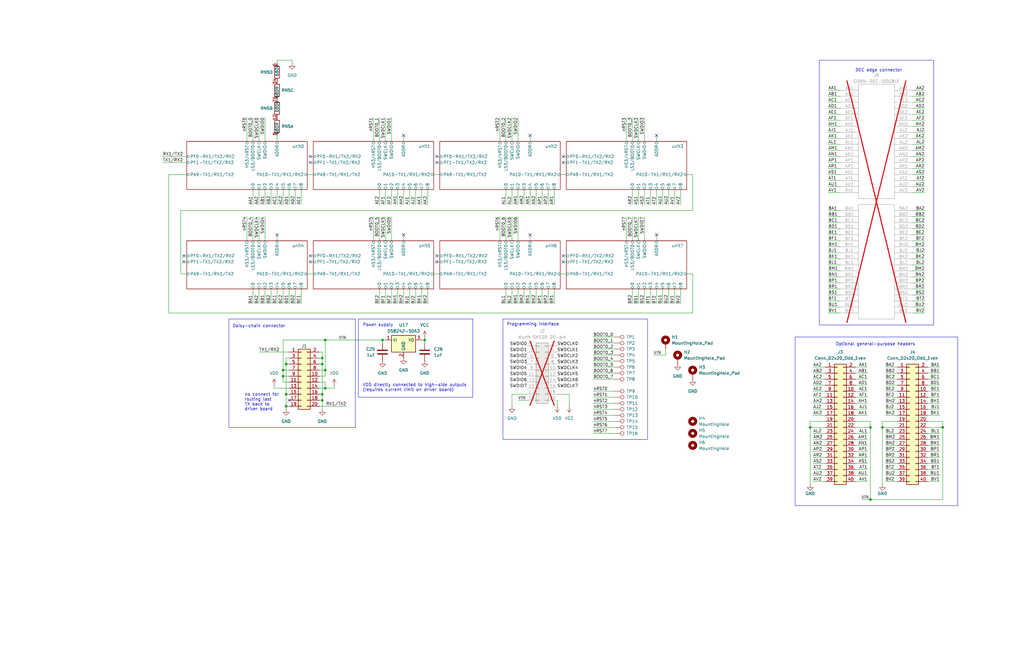
<source format=kicad_sch>
(kicad_sch (version 20231120) (generator "eeschema") (generator_version "8.0")
  (paper "USLedger")
  (junction (at 179.07 143.51))
  (junction (at 367.03 210.82))
  (junction (at 137.16 143.51))
  (junction (at 367.03 180.34))
  (junction (at 135.89 168.91))
  (junction (at 135.89 166.37))
  (junction (at 372.11 180.34))
  (junction (at 137.16 163.83))
  (junction (at 120.65 166.37))
  (junction (at 135.89 153.67))
  (junction (at 135.89 151.13))
  (junction (at 397.51 180.34))
  (junction (at 119.38 158.75))
  (junction (at 120.65 171.45))
  (junction (at 119.38 156.21))
  (junction (at 341.63 180.34))
  (junction (at 120.65 153.67))
  (junction (at 137.16 156.21))
  (junction (at 161.29 143.51))
  (no_connect (at 276.86 99.06))
  (no_connect (at 130.81 110.49))
  (no_connect (at 223.52 99.06))
  (no_connect (at 130.81 107.95))
  (no_connect (at 237.49 68.58))
  (no_connect (at 116.84 99.06))
  (no_connect (at 170.18 99.06))
  (no_connect (at 184.15 110.49))
  (no_connect (at 130.81 66.04))
  (no_connect (at 184.15 107.95))
  (no_connect (at 237.49 110.49))
  (no_connect (at 77.47 110.49))
  (no_connect (at 130.81 68.58))
  (no_connect (at 223.52 57.15))
  (no_connect (at 184.15 66.04))
  (no_connect (at 237.49 66.04))
  (no_connect (at 276.86 57.15))
  (no_connect (at 184.15 68.58))
  (no_connect (at 237.49 107.95))
  (no_connect (at 121.92 168.91))
  (no_connect (at 77.47 107.95))
  (no_connect (at 170.18 57.15))
  (wire (pts (xy 134.62 148.59) (xy 135.89 148.59)))
  (wire (pts (xy 137.16 158.75) (xy 137.16 156.21)))
  (wire (pts (xy 373.38 198.12) (xy 378.46 198.12)))
  (wire (pts (xy 391.16 180.34) (xy 397.51 180.34)))
  (wire (pts (xy 389.89 38.1) (xy 384.81 38.1)))
  (wire (pts (xy 106.68 49.53) (xy 106.68 59.69)))
  (wire (pts (xy 396.24 175.26) (xy 391.16 175.26)))
  (wire (pts (xy 372.11 180.34) (xy 378.46 180.34)))
  (wire (pts (xy 396.24 157.48) (xy 391.16 157.48)))
  (wire (pts (xy 341.63 180.34) (xy 341.63 204.47)))
  (wire (pts (xy 389.89 63.5) (xy 384.81 63.5)))
  (wire (pts (xy 170.18 57.15) (xy 170.18 59.69)))
  (wire (pts (xy 373.38 200.66) (xy 378.46 200.66)))
  (wire (pts (xy 341.63 180.34) (xy 347.98 180.34)))
  (wire (pts (xy 120.65 171.45) (xy 121.92 171.45)))
  (wire (pts (xy 134.62 168.91) (xy 135.89 168.91)))
  (wire (pts (xy 124.46 128.27) (xy 124.46 121.92)))
  (wire (pts (xy 160.02 91.44) (xy 160.02 101.6)))
  (wire (pts (xy 274.32 86.36) (xy 274.32 80.01)))
  (wire (pts (xy 165.1 128.27) (xy 165.1 121.92)))
  (wire (pts (xy 389.89 78.74) (xy 384.81 78.74)))
  (wire (pts (xy 389.89 58.42) (xy 384.81 58.42)))
  (wire (pts (xy 342.9 195.58) (xy 347.98 195.58)))
  (wire (pts (xy 349.25 96.52) (xy 354.33 96.52)))
  (wire (pts (xy 284.48 86.36) (xy 284.48 80.01)))
  (wire (pts (xy 109.22 148.59) (xy 121.92 148.59)))
  (wire (pts (xy 389.89 109.22) (xy 384.81 109.22)))
  (wire (pts (xy 391.16 177.8) (xy 397.51 177.8)))
  (wire (pts (xy 389.89 127) (xy 384.81 127)))
  (wire (pts (xy 269.24 49.53) (xy 269.24 59.69)))
  (wire (pts (xy 389.89 55.88) (xy 384.81 55.88)))
  (wire (pts (xy 104.14 49.53) (xy 104.14 59.69)))
  (wire (pts (xy 389.89 43.18) (xy 384.81 43.18)))
  (wire (pts (xy 160.02 86.36) (xy 160.02 80.01)))
  (wire (pts (xy 120.65 151.13) (xy 121.92 151.13)))
  (wire (pts (xy 367.03 180.34) (xy 367.03 210.82)))
  (wire (pts (xy 106.68 86.36) (xy 106.68 80.01)))
  (wire (pts (xy 218.44 128.27) (xy 218.44 121.92)))
  (wire (pts (xy 179.07 142.24) (xy 179.07 143.51)))
  (wire (pts (xy 365.76 160.02) (xy 360.68 160.02)))
  (wire (pts (xy 373.38 193.04) (xy 378.46 193.04)))
  (wire (pts (xy 396.24 170.18) (xy 391.16 170.18)))
  (wire (pts (xy 127 86.36) (xy 127 80.01)))
  (wire (pts (xy 134.62 151.13) (xy 135.89 151.13)))
  (wire (pts (xy 218.44 49.53) (xy 218.44 59.69)))
  (wire (pts (xy 121.92 128.27) (xy 121.92 121.92)))
  (wire (pts (xy 365.76 185.42) (xy 360.68 185.42)))
  (wire (pts (xy 389.89 96.52) (xy 384.81 96.52)))
  (wire (pts (xy 250.19 142.24) (xy 259.08 142.24)))
  (wire (pts (xy 342.9 170.18) (xy 347.98 170.18)))
  (wire (pts (xy 250.19 154.94) (xy 259.08 154.94)))
  (wire (pts (xy 157.48 91.44) (xy 157.48 101.6)))
  (wire (pts (xy 396.24 185.42) (xy 391.16 185.42)))
  (wire (pts (xy 119.38 143.51) (xy 137.16 143.51)))
  (wire (pts (xy 284.48 128.27) (xy 284.48 121.92)))
  (wire (pts (xy 389.89 104.14) (xy 384.81 104.14)))
  (wire (pts (xy 396.24 193.04) (xy 391.16 193.04)))
  (wire (pts (xy 389.89 106.68) (xy 384.81 106.68)))
  (wire (pts (xy 389.89 132.08) (xy 384.81 132.08)))
  (wire (pts (xy 349.25 99.06) (xy 354.33 99.06)))
  (wire (pts (xy 397.51 177.8) (xy 397.51 180.34)))
  (wire (pts (xy 389.89 60.96) (xy 384.81 60.96)))
  (wire (pts (xy 116.84 57.15) (xy 116.84 59.69)))
  (wire (pts (xy 365.76 187.96) (xy 360.68 187.96)))
  (wire (pts (xy 77.47 110.49) (xy 78.74 110.49)))
  (wire (pts (xy 349.25 71.12) (xy 354.33 71.12)))
  (wire (pts (xy 162.56 128.27) (xy 162.56 121.92)))
  (wire (pts (xy 275.59 149.86) (xy 280.67 149.86)))
  (wire (pts (xy 276.86 128.27) (xy 276.86 121.92)))
  (wire (pts (xy 349.25 50.8) (xy 354.33 50.8)))
  (wire (pts (xy 342.9 154.94) (xy 347.98 154.94)))
  (wire (pts (xy 266.7 86.36) (xy 266.7 80.01)))
  (wire (pts (xy 389.89 71.12) (xy 384.81 71.12)))
  (wire (pts (xy 218.44 168.91) (xy 222.25 168.91)))
  (wire (pts (xy 365.76 172.72) (xy 360.68 172.72)))
  (wire (pts (xy 389.89 119.38) (xy 384.81 119.38)))
  (wire (pts (xy 120.65 171.45) (xy 120.65 172.72)))
  (wire (pts (xy 266.7 91.44) (xy 266.7 101.6)))
  (wire (pts (xy 215.9 86.36) (xy 215.9 80.01)))
  (wire (pts (xy 372.11 180.34) (xy 372.11 204.47)))
  (wire (pts (xy 259.08 172.72) (xy 250.19 172.72)))
  (wire (pts (xy 237.49 110.49) (xy 238.76 110.49)))
  (wire (pts (xy 127 128.27) (xy 127 121.92)))
  (wire (pts (xy 349.25 76.2) (xy 354.33 76.2)))
  (wire (pts (xy 162.56 86.36) (xy 162.56 80.01)))
  (wire (pts (xy 177.8 86.36) (xy 177.8 80.01)))
  (wire (pts (xy 342.9 187.96) (xy 347.98 187.96)))
  (wire (pts (xy 342.9 162.56) (xy 347.98 162.56)))
  (wire (pts (xy 389.89 99.06) (xy 384.81 99.06)))
  (wire (pts (xy 389.89 73.66) (xy 384.81 73.66)))
  (wire (pts (xy 367.03 177.8) (xy 367.03 180.34)))
  (wire (pts (xy 349.25 111.76) (xy 354.33 111.76)))
  (wire (pts (xy 373.38 154.94) (xy 378.46 154.94)))
  (wire (pts (xy 250.19 147.32) (xy 259.08 147.32)))
  (wire (pts (xy 259.08 170.18) (xy 250.19 170.18)))
  (wire (pts (xy 269.24 86.36) (xy 269.24 80.01)))
  (wire (pts (xy 373.38 185.42) (xy 378.46 185.42)))
  (wire (pts (xy 250.19 149.86) (xy 259.08 149.86)))
  (wire (pts (xy 373.38 165.1) (xy 378.46 165.1)))
  (wire (pts (xy 170.18 99.06) (xy 170.18 101.6)))
  (wire (pts (xy 119.38 158.75) (xy 119.38 156.21)))
  (wire (pts (xy 165.1 86.36) (xy 165.1 80.01)))
  (wire (pts (xy 396.24 182.88) (xy 391.16 182.88)))
  (wire (pts (xy 223.52 99.06) (xy 223.52 101.6)))
  (wire (pts (xy 342.9 190.5) (xy 347.98 190.5)))
  (wire (pts (xy 389.89 88.9) (xy 384.81 88.9)))
  (wire (pts (xy 389.89 66.04) (xy 384.81 66.04)))
  (wire (pts (xy 341.63 177.8) (xy 341.63 180.34)))
  (wire (pts (xy 396.24 154.94) (xy 391.16 154.94)))
  (wire (pts (xy 365.76 175.26) (xy 360.68 175.26)))
  (wire (pts (xy 365.76 198.12) (xy 360.68 198.12)))
  (wire (pts (xy 396.24 200.66) (xy 391.16 200.66)))
  (wire (pts (xy 349.25 129.54) (xy 354.33 129.54)))
  (wire (pts (xy 210.82 49.53) (xy 210.82 59.69)))
  (wire (pts (xy 280.67 147.32) (xy 280.67 149.86)))
  (wire (pts (xy 271.78 128.27) (xy 271.78 121.92)))
  (wire (pts (xy 226.06 86.36) (xy 226.06 80.01)))
  (wire (pts (xy 365.76 154.94) (xy 360.68 154.94)))
  (wire (pts (xy 233.68 86.36) (xy 233.68 80.01)))
  (wire (pts (xy 109.22 86.36) (xy 109.22 80.01)))
  (wire (pts (xy 76.2 115.57) (xy 78.74 115.57)))
  (wire (pts (xy 373.38 170.18) (xy 378.46 170.18)))
  (wire (pts (xy 115.57 162.56) (xy 115.57 163.83)))
  (wire (pts (xy 228.6 128.27) (xy 228.6 121.92)))
  (wire (pts (xy 250.19 152.4) (xy 259.08 152.4)))
  (wire (pts (xy 266.7 128.27) (xy 266.7 121.92)))
  (wire (pts (xy 116.84 99.06) (xy 116.84 101.6)))
  (wire (pts (xy 157.48 49.53) (xy 157.48 59.69)))
  (wire (pts (xy 349.25 58.42) (xy 354.33 58.42)))
  (wire (pts (xy 373.38 190.5) (xy 378.46 190.5)))
  (wire (pts (xy 373.38 187.96) (xy 378.46 187.96)))
  (wire (pts (xy 250.19 157.48) (xy 259.08 157.48)))
  (wire (pts (xy 342.9 182.88) (xy 347.98 182.88)))
  (wire (pts (xy 349.25 116.84) (xy 354.33 116.84)))
  (wire (pts (xy 213.36 49.53) (xy 213.36 59.69)))
  (wire (pts (xy 177.8 143.51) (xy 179.07 143.51)))
  (wire (pts (xy 349.25 104.14) (xy 354.33 104.14)))
  (wire (pts (xy 389.89 93.98) (xy 384.81 93.98)))
  (wire (pts (xy 175.26 86.36) (xy 175.26 80.01)))
  (wire (pts (xy 389.89 91.44) (xy 384.81 91.44)))
  (wire (pts (xy 269.24 91.44) (xy 269.24 101.6)))
  (wire (pts (xy 78.74 68.58) (xy 68.58 68.58)))
  (wire (pts (xy 218.44 91.44) (xy 218.44 101.6)))
  (wire (pts (xy 396.24 190.5) (xy 391.16 190.5)))
  (wire (pts (xy 349.25 38.1) (xy 354.33 38.1)))
  (wire (pts (xy 389.89 68.58) (xy 384.81 68.58)))
  (wire (pts (xy 389.89 76.2) (xy 384.81 76.2)))
  (wire (pts (xy 349.25 127) (xy 354.33 127)))
  (wire (pts (xy 250.19 144.78) (xy 259.08 144.78)))
  (wire (pts (xy 218.44 86.36) (xy 218.44 80.01)))
  (wire (pts (xy 373.38 195.58) (xy 378.46 195.58)))
  (wire (pts (xy 276.86 57.15) (xy 276.86 59.69)))
  (wire (pts (xy 104.14 91.44) (xy 104.14 101.6)))
  (wire (pts (xy 349.25 132.08) (xy 354.33 132.08)))
  (wire (pts (xy 373.38 162.56) (xy 378.46 162.56)))
  (wire (pts (xy 287.02 128.27) (xy 287.02 121.92)))
  (wire (pts (xy 137.16 161.29) (xy 137.16 163.83)))
  (wire (pts (xy 365.76 182.88) (xy 360.68 182.88)))
  (wire (pts (xy 134.62 156.21) (xy 137.16 156.21)))
  (wire (pts (xy 213.36 91.44) (xy 213.36 101.6)))
  (wire (pts (xy 279.4 86.36) (xy 279.4 80.01)))
  (wire (pts (xy 389.89 81.28) (xy 384.81 81.28)))
  (wire (pts (xy 77.47 107.95) (xy 78.74 107.95)))
  (wire (pts (xy 140.97 162.56) (xy 140.97 163.83)))
  (wire (pts (xy 292.1 132.08) (xy 71.12 132.08)))
  (wire (pts (xy 259.08 182.88) (xy 250.19 182.88)))
  (wire (pts (xy 287.02 86.36) (xy 287.02 80.01)))
  (wire (pts (xy 292.1 73.66) (xy 292.1 88.9)))
  (wire (pts (xy 349.25 93.98) (xy 354.33 93.98)))
  (wire (pts (xy 177.8 128.27) (xy 177.8 121.92)))
  (wire (pts (xy 134.62 166.37) (xy 135.89 166.37)))
  (wire (pts (xy 271.78 49.53) (xy 271.78 59.69)))
  (wire (pts (xy 237.49 107.95) (xy 238.76 107.95)))
  (wire (pts (xy 372.11 177.8) (xy 372.11 180.34)))
  (wire (pts (xy 223.52 86.36) (xy 223.52 80.01)))
  (wire (pts (xy 160.02 49.53) (xy 160.02 59.69)))
  (wire (pts (xy 363.22 210.82) (xy 367.03 210.82)))
  (wire (pts (xy 137.16 143.51) (xy 137.16 156.21)))
  (wire (pts (xy 389.89 116.84) (xy 384.81 116.84)))
  (wire (pts (xy 259.08 165.1) (xy 250.19 165.1)))
  (wire (pts (xy 106.68 91.44) (xy 106.68 101.6)))
  (wire (pts (xy 114.3 86.36) (xy 114.3 80.01)))
  (wire (pts (xy 342.9 172.72) (xy 347.98 172.72)))
  (wire (pts (xy 349.25 124.46) (xy 354.33 124.46)))
  (wire (pts (xy 106.68 128.27) (xy 106.68 121.92)))
  (wire (pts (xy 215.9 49.53) (xy 215.9 59.69)))
  (wire (pts (xy 124.46 86.36) (xy 124.46 80.01)))
  (wire (pts (xy 165.1 91.44) (xy 165.1 101.6)))
  (wire (pts (xy 109.22 91.44) (xy 109.22 101.6)))
  (wire (pts (xy 365.76 193.04) (xy 360.68 193.04)))
  (wire (pts (xy 123.19 25.4) (xy 123.19 26.67)))
  (wire (pts (xy 373.38 167.64) (xy 378.46 167.64)))
  (wire (pts (xy 342.9 160.02) (xy 347.98 160.02)))
  (wire (pts (xy 389.89 53.34) (xy 384.81 53.34)))
  (wire (pts (xy 76.2 88.9) (xy 76.2 115.57)))
  (wire (pts (xy 349.25 60.96) (xy 354.33 60.96)))
  (wire (pts (xy 162.56 49.53) (xy 162.56 59.69)))
  (wire (pts (xy 111.76 128.27) (xy 111.76 121.92)))
  (wire (pts (xy 161.29 143.51) (xy 162.56 143.51)))
  (wire (pts (xy 349.25 81.28) (xy 354.33 81.28)))
  (wire (pts (xy 120.65 153.67) (xy 120.65 151.13)))
  (wire (pts (xy 215.9 91.44) (xy 215.9 101.6)))
  (wire (pts (xy 115.57 163.83) (xy 121.92 163.83)))
  (wire (pts (xy 365.76 170.18) (xy 360.68 170.18)))
  (wire (pts (xy 349.25 91.44) (xy 354.33 91.44)))
  (wire (pts (xy 120.65 153.67) (xy 120.65 166.37)))
  (wire (pts (xy 215.9 166.37) (xy 222.25 166.37)))
  (wire (pts (xy 396.24 160.02) (xy 391.16 160.02)))
  (wire (pts (xy 170.18 86.36) (xy 170.18 80.01)))
  (wire (pts (xy 349.25 121.92) (xy 354.33 121.92)))
  (wire (pts (xy 234.95 166.37) (xy 240.03 166.37)))
  (wire (pts (xy 130.81 107.95) (xy 132.08 107.95)))
  (wire (pts (xy 111.76 91.44) (xy 111.76 101.6)))
  (wire (pts (xy 170.18 128.27) (xy 170.18 121.92)))
  (wire (pts (xy 365.76 195.58) (xy 360.68 195.58)))
  (wire (pts (xy 71.12 132.08) (xy 71.12 73.66)))
  (wire (pts (xy 349.25 114.3) (xy 354.33 114.3)))
  (wire (pts (xy 226.06 128.27) (xy 226.06 121.92)))
  (wire (pts (xy 120.65 166.37) (xy 121.92 166.37)))
  (wire (pts (xy 237.49 68.58) (xy 238.76 68.58)))
  (wire (pts (xy 281.94 128.27) (xy 281.94 121.92)))
  (wire (pts (xy 259.08 177.8) (xy 250.19 177.8)))
  (wire (pts (xy 184.15 110.49) (xy 185.42 110.49)))
  (wire (pts (xy 172.72 86.36) (xy 172.72 80.01)))
  (wire (pts (xy 167.64 128.27) (xy 167.64 121.92)))
  (wire (pts (xy 240.03 166.37) (xy 240.03 171.45)))
  (wire (pts (xy 279.4 128.27) (xy 279.4 121.92)))
  (wire (pts (xy 389.89 45.72) (xy 384.81 45.72)))
  (wire (pts (xy 160.02 128.27) (xy 160.02 121.92)))
  (wire (pts (xy 274.32 128.27) (xy 274.32 121.92)))
  (wire (pts (xy 389.89 111.76) (xy 384.81 111.76)))
  (wire (pts (xy 342.9 157.48) (xy 347.98 157.48)))
  (wire (pts (xy 134.62 158.75) (xy 137.16 158.75)))
  (wire (pts (xy 342.9 175.26) (xy 347.98 175.26)))
  (wire (pts (xy 259.08 175.26) (xy 250.19 175.26)))
  (wire (pts (xy 349.25 66.04) (xy 354.33 66.04)))
  (wire (pts (xy 349.25 48.26) (xy 354.33 48.26)))
  (wire (pts (xy 360.68 177.8) (xy 367.03 177.8)))
  (wire (pts (xy 223.52 128.27) (xy 223.52 121.92)))
  (wire (pts (xy 135.89 153.67) (xy 135.89 166.37)))
  (wire (pts (xy 269.24 128.27) (xy 269.24 121.92)))
  (wire (pts (xy 389.89 114.3) (xy 384.81 114.3)))
  (wire (pts (xy 349.25 43.18) (xy 354.33 43.18)))
  (wire (pts (xy 220.98 128.27) (xy 220.98 121.92)))
  (wire (pts (xy 231.14 86.36) (xy 231.14 80.01)))
  (wire (pts (xy 349.25 40.64) (xy 354.33 40.64)))
  (wire (pts (xy 349.25 119.38) (xy 354.33 119.38)))
  (wire (pts (xy 250.19 160.02) (xy 259.08 160.02)))
  (wire (pts (xy 215.9 128.27) (xy 215.9 121.92)))
  (wire (pts (xy 111.76 86.36) (xy 111.76 80.01)))
  (wire (pts (xy 135.89 168.91) (xy 135.89 172.72)))
  (wire (pts (xy 129.54 115.57) (xy 132.08 115.57)))
  (wire (pts (xy 134.62 153.67) (xy 135.89 153.67)))
  (wire (pts (xy 184.15 66.04) (xy 185.42 66.04)))
  (wire (pts (xy 119.38 156.21) (xy 121.92 156.21)))
  (wire (pts (xy 234.95 168.91) (xy 234.95 171.45)))
  (wire (pts (xy 342.9 167.64) (xy 347.98 167.64)))
  (wire (pts (xy 349.25 109.22) (xy 354.33 109.22)))
  (wire (pts (xy 121.92 86.36) (xy 121.92 80.01)))
  (wire (pts (xy 231.14 128.27) (xy 231.14 121.92)))
  (wire (pts (xy 397.51 180.34) (xy 397.51 210.82)))
  (wire (pts (xy 264.16 91.44) (xy 264.16 101.6)))
  (wire (pts (xy 367.03 210.82) (xy 397.51 210.82)))
  (wire (pts (xy 121.92 158.75) (xy 119.38 158.75)))
  (wire (pts (xy 172.72 128.27) (xy 172.72 121.92)))
  (wire (pts (xy 396.24 195.58) (xy 391.16 195.58)))
  (wire (pts (xy 365.76 200.66) (xy 360.68 200.66)))
  (wire (pts (xy 119.38 158.75) (xy 119.38 161.29)))
  (wire (pts (xy 292.1 115.57) (xy 292.1 132.08)))
  (wire (pts (xy 259.08 167.64) (xy 250.19 167.64)))
  (wire (pts (xy 396.24 162.56) (xy 391.16 162.56)))
  (wire (pts (xy 116.84 86.36) (xy 116.84 80.01)))
  (wire (pts (xy 120.65 166.37) (xy 120.65 171.45)))
  (wire (pts (xy 342.9 200.66) (xy 347.98 200.66)))
  (wire (pts (xy 396.24 187.96) (xy 391.16 187.96)))
  (wire (pts (xy 389.89 101.6) (xy 384.81 101.6)))
  (wire (pts (xy 121.92 161.29) (xy 119.38 161.29)))
  (wire (pts (xy 373.38 172.72) (xy 378.46 172.72)))
  (wire (pts (xy 373.38 157.48) (xy 378.46 157.48)))
  (wire (pts (xy 120.65 153.67) (xy 121.92 153.67)))
  (wire (pts (xy 134.62 161.29) (xy 137.16 161.29)))
  (wire (pts (xy 119.38 128.27) (xy 119.38 121.92)))
  (wire (pts (xy 349.25 63.5) (xy 354.33 63.5)))
  (wire (pts (xy 109.22 128.27) (xy 109.22 121.92)))
  (wire (pts (xy 130.81 68.58) (xy 132.08 68.58)))
  (wire (pts (xy 135.89 153.67) (xy 135.89 151.13)))
  (wire (pts (xy 167.64 86.36) (xy 167.64 80.01)))
  (wire (pts (xy 179.07 143.51) (xy 179.07 144.78)))
  (wire (pts (xy 180.34 128.27) (xy 180.34 121.92)))
  (wire (pts (xy 360.68 180.34) (xy 367.03 180.34)))
  (wire (pts (xy 373.38 182.88) (xy 378.46 182.88)))
  (wire (pts (xy 237.49 66.04) (xy 238.76 66.04)))
  (wire (pts (xy 236.22 115.57) (xy 238.76 115.57)))
  (wire (pts (xy 165.1 49.53) (xy 165.1 59.69)))
  (wire (pts (xy 396.24 165.1) (xy 391.16 165.1)))
  (wire (pts (xy 119.38 86.36) (xy 119.38 80.01)))
  (wire (pts (xy 365.76 165.1) (xy 360.68 165.1)))
  (wire (pts (xy 220.98 86.36) (xy 220.98 80.01)))
  (wire (pts (xy 372.11 177.8) (xy 378.46 177.8)))
  (wire (pts (xy 137.16 143.51) (xy 161.29 143.51)))
  (wire (pts (xy 349.25 78.74) (xy 354.33 78.74)))
  (wire (pts (xy 162.56 91.44) (xy 162.56 101.6)))
  (wire (pts (xy 140.97 163.83) (xy 137.16 163.83)))
  (wire (pts (xy 349.25 106.68) (xy 354.33 106.68)))
  (wire (pts (xy 342.9 198.12) (xy 347.98 198.12)))
  (wire (pts (xy 182.88 73.66) (xy 185.42 73.66)))
  (wire (pts (xy 175.26 128.27) (xy 175.26 121.92)))
  (wire (pts (xy 271.78 91.44) (xy 271.78 101.6)))
  (wire (pts (xy 389.89 50.8) (xy 384.81 50.8)))
  (wire (pts (xy 276.86 86.36) (xy 276.86 80.01)))
  (wire (pts (xy 365.76 167.64) (xy 360.68 167.64)))
  (wire (pts (xy 114.3 128.27) (xy 114.3 121.92)))
  (wire (pts (xy 236.22 73.66) (xy 238.76 73.66)))
  (wire (pts (xy 396.24 203.2) (xy 391.16 203.2)))
  (wire (pts (xy 289.56 73.66) (xy 292.1 73.66)))
  (wire (pts (xy 342.9 203.2) (xy 347.98 203.2)))
  (wire (pts (xy 349.25 101.6) (xy 354.33 101.6)))
  (wire (pts (xy 116.84 25.4) (xy 123.19 25.4)))
  (wire (pts (xy 342.9 185.42) (xy 347.98 185.42)))
  (wire (pts (xy 341.63 177.8) (xy 347.98 177.8)))
  (wire (pts (xy 109.22 49.53) (xy 109.22 59.69)))
  (wire (pts (xy 349.25 73.66) (xy 354.33 73.66)))
  (wire (pts (xy 223.52 57.15) (xy 223.52 59.69)))
  (wire (pts (xy 349.25 45.72) (xy 354.33 45.72)))
  (wire (pts (xy 373.38 175.26) (xy 378.46 175.26)))
  (wire (pts (xy 389.89 129.54) (xy 384.81 129.54)))
  (wire (pts (xy 130.81 110.49) (xy 132.08 110.49)))
  (wire (pts (xy 116.84 25.4) (xy 116.84 26.67)))
  (wire (pts (xy 213.36 128.27) (xy 213.36 121.92)))
  (wire (pts (xy 259.08 180.34) (xy 250.19 180.34)))
  (wire (pts (xy 266.7 49.53) (xy 266.7 59.69)))
  (wire (pts (xy 184.15 68.58) (xy 185.42 68.58)))
  (wire (pts (xy 233.68 128.27) (xy 233.68 121.92)))
  (wire (pts (xy 389.89 124.46) (xy 384.81 124.46)))
  (wire (pts (xy 111.76 49.53) (xy 111.76 59.69)))
  (wire (pts (xy 389.89 121.92) (xy 384.81 121.92)))
  (wire (pts (xy 365.76 203.2) (xy 360.68 203.2)))
  (wire (pts (xy 228.6 86.36) (xy 228.6 80.01)))
  (wire (pts (xy 389.89 48.26) (xy 384.81 48.26)))
  (wire (pts (xy 365.76 162.56) (xy 360.68 162.56)))
  (wire (pts (xy 146.05 171.45) (xy 134.62 171.45)))
  (wire (pts (xy 396.24 172.72) (xy 391.16 172.72)))
  (wire (pts (xy 292.1 88.9) (xy 76.2 88.9)))
  (wire (pts (xy 365.76 190.5) (xy 360.68 190.5)))
  (wire (pts (xy 180.34 86.36) (xy 180.34 80.01)))
  (wire (pts (xy 349.25 88.9) (xy 354.33 88.9)))
  (wire (pts (xy 373.38 160.02) (xy 378.46 160.02)))
  (wire (pts (xy 365.76 157.48) (xy 360.68 157.48)))
  (wire (pts (xy 184.15 107.95) (xy 185.42 107.95)))
  (wire (pts (xy 281.94 86.36) (xy 281.94 80.01)))
  (wire (pts (xy 213.36 86.36) (xy 213.36 80.01)))
  (wire (pts (xy 119.38 143.51) (xy 119.38 156.21)))
  (wire (pts (xy 264.16 49.53) (xy 264.16 59.69)))
  (wire (pts (xy 137.16 163.83) (xy 134.62 163.83)))
  (wire (pts (xy 349.25 68.58) (xy 354.33 68.58)))
  (wire (pts (xy 389.89 40.64) (xy 384.81 40.64)))
  (wire (pts (xy 215.9 171.45) (xy 215.9 166.37)))
  (wire (pts (xy 342.9 165.1) (xy 347.98 165.1)))
  (wire (pts (xy 135.89 166.37) (xy 135.89 168.91)))
  (wire (pts (xy 161.29 143.51) (xy 161.29 144.78)))
  (wire (pts (xy 289.56 115.57) (xy 292.1 115.57)))
  (wire (pts (xy 130.81 66.04) (xy 132.08 66.04)))
  (wire (pts (xy 68.58 66.04) (xy 78.74 66.04)))
  (wire (pts (xy 135.89 151.13) (xy 135.89 148.59)))
  (wire (pts (xy 129.54 73.66) (xy 132.08 73.66)))
  (wire (pts (xy 396.24 198.12) (xy 391.16 198.12)))
  (wire (pts (xy 396.24 167.64) (xy 391.16 167.64)))
  (wire (pts (xy 276.86 99.06) (xy 276.86 101.6)))
  (wire (pts (xy 349.25 53.34) (xy 354.33 53.34)))
  (wire (pts (xy 373.38 203.2) (xy 378.46 203.2)))
  (wire (pts (xy 342.9 193.04) (xy 347.98 193.04)))
  (wire (pts (xy 71.12 73.66) (xy 78.74 73.66)))
  (wire (pts (xy 182.88 115.57) (xy 185.42 115.57)))
  (wire (pts (xy 271.78 86.36) (xy 271.78 80.01)))
  (wire (pts (xy 349.25 55.88) (xy 354.33 55.88)))
  (wire (pts (xy 210.82 91.44) (xy 210.82 101.6)))
  (wire (pts (xy 116.84 128.27) (xy 116.84 121.92)))
  (rectangle (start 151.13 134.62) (end 199.39 167.64))
  (rectangle (start 212.09 134.62) (end 273.05 185.42))
  (rectangle (start 335.28 142.24) (end 403.86 213.36))
  (rectangle (start 345.44 25.4) (end 393.7 137.16))
  (rectangle (start 96.52 134.62) (end 149.86 180.34))
  (text "Daisy-chain connector" (at 98.044 138.43 0) (effects (font (size 1.27 1.27)) (justify left bottom)))
  (text "Power supply" (at 152.908 137.922 0) (effects (font (size 1.27 1.27)) (justify left bottom)))
  (text "Optional general-purpose headers" (at 352.298 146.05 0) (effects (font (size 1.27 1.27)) (justify left bottom)))
  (text "no connect for \nrouting last \nTX back to \ndriver board" (at 103.124 169.672 0) (effects (font (size 1.27 1.27)) (justify left)))
  (text "VDD directly connected to high-side outputs\n(requires current limit on driver board)" (at 152.908 165.354 0) (effects (font (size 1.27 1.27)) (justify left bottom)))
  (text "DEC edge connector" (at 360.68 30.48 0) (effects (font (size 1.27 1.27)) (justify left bottom)))
  (text "Programming interface" (at 213.614 137.668 0) (effects (font (size 1.27 1.27)) (justify left bottom)))
  (label "BS1" (at 396.24 195.58 180))
  (label "AL2" (at 215.9 86.36 90))
  (label "BU2" (at 389.89 129.54 180))
  (label "AL1" (at 349.25 60.96 0))
  (label "BV2" (at 373.38 203.2 0))
  (label "AR2" (at 342.9 193.04 0))
  (label "BOOT0_7" (at 250.19 160.02 0))
  (label "AR1" (at 349.25 71.12 0))
  (label "BP1" (at 349.25 119.38 0))
  (label "BB1" (at 396.24 157.48 180))
  (label "SWDIO4" (at 111.76 91.44 270))
  (label "AN1" (at 349.25 66.04 0))
  (label "BE1" (at 349.25 99.06 0))
  (label "AD2" (at 124.46 86.36 90))
  (label "nRST4" (at 104.14 91.44 270))
  (label "BP2" (at 231.14 128.27 90))
  (label "AU2" (at 342.9 200.66 0))
  (label "AC1" (at 349.25 43.18 0))
  (label "BA1" (at 106.68 128.27 90))
  (label "SWDCLK6" (at 234.95 161.29 0))
  (label "AD1" (at 121.92 86.36 90))
  (label "AC1" (at 365.76 160.02 180))
  (label "AM2" (at 342.9 185.42 0))
  (label "BK2" (at 180.34 128.27 90))
  (label "AK2" (at 389.89 58.42 180))
  (label "AL2" (at 342.9 182.88 0))
  (label "BD2" (at 373.38 162.56 0))
  (label "AJ2" (at 342.9 172.72 0))
  (label "BOOT0_0" (at 106.68 49.53 270))
  (label "AM2" (at 220.98 86.36 90))
  (label "AT2" (at 342.9 198.12 0))
  (label "AB2" (at 114.3 86.36 90))
  (label "BD2" (at 124.46 128.27 90))
  (label "SWDIO5" (at 222.25 158.75 180))
  (label "SWDCLK4" (at 234.95 156.21 0))
  (label "BM1" (at 349.25 114.3 0))
  (label "BU1" (at 349.25 129.54 0))
  (label "BP1" (at 396.24 190.5 180))
  (label "nRST6" (at 250.19 180.34 0))
  (label "AN1" (at 365.76 187.96 180))
  (label "AB2" (at 342.9 157.48 0))
  (label "AA1" (at 349.25 38.1 0))
  (label "BU1" (at 396.24 200.66 180))
  (label "BU2" (at 281.94 128.27 90))
  (label "BH1" (at 167.64 128.27 90))
  (label "BJ2" (at 373.38 172.72 0))
  (label "BS1" (at 269.24 128.27 90))
  (label "AB1" (at 111.76 86.36 90))
  (label "BOOT0_3" (at 250.19 149.86 0))
  (label "BH2" (at 389.89 104.14 180))
  (label "AF2" (at 389.89 50.8 180))
  (label "AE1" (at 127 86.36 90))
  (label "TX1{slash}RX2" (at 68.58 68.58 0))
  (label "BE2" (at 373.38 165.1 0))
  (label "nRST1" (at 157.48 49.53 270))
  (label "BOOT0_7" (at 266.7 91.44 270))
  (label "BL2" (at 373.38 182.88 0))
  (label "AH1" (at 365.76 170.18 180))
  (label "AP2" (at 389.89 68.58 180))
  (label "BS2" (at 389.89 124.46 180))
  (label "BN2" (at 373.38 187.96 0))
  (label "BF1" (at 162.56 128.27 90))
  (label "AU2" (at 281.94 86.36 90))
  (label "AU1" (at 279.4 86.36 90))
  (label "BK2" (at 373.38 175.26 0))
  (label "BOOT0_1" (at 250.19 144.78 0))
  (label "SWDIO6" (at 222.25 161.29 180))
  (label "SWDCLK5" (at 162.56 91.44 270))
  (label "BB1" (at 111.76 128.27 90))
  (label "AT2" (at 389.89 76.2 180))
  (label "SWDIO2" (at 222.25 151.13 180))
  (label "AE2" (at 160.02 86.36 90))
  (label "nRST5" (at 250.19 177.8 0))
  (label "BJ2" (at 389.89 106.68 180))
  (label "BB2" (at 373.38 157.48 0))
  (label "VIN" (at 275.59 149.86 0))
  (label "BF1" (at 396.24 167.64 180))
  (label "BE2" (at 389.89 99.06 180))
  (label "AT1" (at 365.76 198.12 180))
  (label "AK2" (at 180.34 86.36 90))
  (label "BA1" (at 396.24 154.94 180))
  (label "BR2" (at 373.38 193.04 0))
  (label "BM2" (at 373.38 185.42 0))
  (label "AP2" (at 231.14 86.36 90))
  (label "SWDIO3" (at 271.78 49.53 270))
  (label "AS1" (at 269.24 86.36 90))
  (label "AF1" (at 349.25 50.8 0))
  (label "nRST7" (at 264.16 91.44 270))
  (label "BK1" (at 349.25 109.22 0))
  (label "SWDCLK5" (at 234.95 158.75 0))
  (label "nRST3" (at 264.16 49.53 270))
  (label "AE2" (at 389.89 48.26 180))
  (label "BL1" (at 213.36 128.27 90))
  (label "SWDCLK0" (at 109.22 49.53 270))
  (label "AV2" (at 342.9 203.2 0))
  (label "BU2" (at 373.38 200.66 0))
  (label "BD1" (at 121.92 128.27 90))
  (label "BS2" (at 373.38 195.58 0))
  (label "nRST0" (at 104.14 49.53 270))
  (label "SWDCLK4" (at 109.22 91.44 270))
  (label "BF2" (at 373.38 167.64 0))
  (label "BOOT0_4" (at 250.19 152.4 0))
  (label "BC2" (at 373.38 160.02 0))
  (label "nRST4" (at 250.19 175.26 0))
  (label "BB2" (at 389.89 91.44 180))
  (label "AL2" (at 389.89 60.96 180))
  (label "BL2" (at 215.9 128.27 90))
  (label "AT2" (at 276.86 86.36 90))
  (label "BOOT0_5" (at 160.02 91.44 270))
  (label "AT1" (at 274.32 86.36 90))
  (label "AA2" (at 389.89 38.1 180))
  (label "AP1" (at 228.6 86.36 90))
  (label "BD1" (at 396.24 162.56 180))
  (label "SWDIO4" (at 222.25 156.21 180))
  (label "AN2" (at 226.06 86.36 90))
  (label "SWDIO1" (at 222.25 148.59 180))
  (label "nRST3" (at 250.19 172.72 0))
  (label "AJ1" (at 349.25 55.88 0))
  (label "BK1" (at 396.24 175.26 180))
  (label "AD1" (at 349.25 45.72 0))
  (label "BT2" (at 276.86 128.27 90))
  (label "SWDCLK2" (at 234.95 151.13 0))
  (label "SWDIO0" (at 111.76 49.53 270))
  (label "RX1{slash}TX2" (at 68.58 66.04 0))
  (label "SWDIO7" (at 271.78 91.44 270))
  (label "AP1" (at 365.76 190.5 180))
  (label "BH2" (at 170.18 128.27 90))
  (label "AM2" (at 389.89 63.5 180))
  (label "BC2" (at 389.89 93.98 180))
  (label "BM2" (at 389.89 114.3 180))
  (label "SWDIO3" (at 222.25 153.67 180))
  (label "SWDCLK1" (at 162.56 49.53 270))
  (label "BP2" (at 373.38 190.5 0))
  (label "BN1" (at 396.24 187.96 180))
  (label "nRST2" (at 250.19 170.18 0))
  (label "AC2" (at 389.89 43.18 180))
  (label "BJ1" (at 396.24 172.72 180))
  (label "AH1" (at 167.64 86.36 90))
  (label "AN2" (at 342.9 187.96 0))
  (label "BB1" (at 349.25 91.44 0))
  (label "AK1" (at 365.76 175.26 180))
  (label "VIN" (at 218.44 168.91 0))
  (label "AD2" (at 342.9 162.56 0))
  (label "BR1" (at 349.25 121.92 0))
  (label "nRST2" (at 210.82 49.53 270))
  (label "SWDIO7" (at 222.25 163.83 180))
  (label "BH1" (at 349.25 104.14 0))
  (label "TX1{slash}RX2" (at 109.22 148.59 0))
  (label "AF1" (at 162.56 86.36 90))
  (label "BE2" (at 160.02 128.27 90))
  (label "nRST1" (at 250.19 167.64 0))
  (label "BV1" (at 396.24 203.2 180))
  (label "BL2" (at 389.89 111.76 180))
  (label "BH1" (at 396.24 170.18 180))
  (label "AK2" (at 342.9 175.26 0))
  (label "BP1" (at 228.6 128.27 90))
  (label "AV1" (at 349.25 81.28 0))
  (label "AK1" (at 349.25 58.42 0))
  (label "BA2" (at 373.38 154.94 0))
  (label "AL1" (at 365.76 182.88 180))
  (label "SWDCLK1" (at 234.95 148.59 0))
  (label "AH2" (at 170.18 86.36 90))
  (label "AF2" (at 165.1 86.36 90))
  (label "SWDCLK2" (at 215.9 49.53 270))
  (label "BU1" (at 279.4 128.27 90))
  (label "BM1" (at 218.44 128.27 90))
  (label "AV2" (at 287.02 86.36 90))
  (label "AC2" (at 119.38 86.36 90))
  (label "BV1" (at 349.25 132.08 0))
  (label "AS1" (at 349.25 73.66 0))
  (label "BOOT0_6" (at 213.36 91.44 270))
  (label "AS2" (at 342.9 195.58 0))
  (label "BV2" (at 389.89 132.08 180))
  (label "BT1" (at 274.32 128.27 90))
  (label "BJ1" (at 349.25 106.68 0))
  (label "BT1" (at 349.25 127 0))
  (label "SWDCLK0" (at 234.95 146.05 0))
  (label "BJ2" (at 175.26 128.27 90))
  (label "BC1" (at 349.25 93.98 0))
  (label "BD2" (at 389.89 96.52 180))
  (label "BD1" (at 349.25 96.52 0))
  (label "BB2" (at 114.3 128.27 90))
  (label "AF1" (at 365.76 167.64 180))
  (label "VIN" (at 146.05 143.51 180))
  (label "AF2" (at 342.9 167.64 0))
  (label "BT2" (at 373.38 198.12 0))
  (label "BF2" (at 165.1 128.27 90))
  (label "BE1" (at 396.24 165.1 180))
  (label "AA1" (at 365.76 154.94 180))
  (label "AN2" (at 389.89 66.04 180))
  (label "BR1" (at 396.24 193.04 180))
  (label "BN2" (at 226.06 128.27 90))
  (label "BL1" (at 396.24 182.88 180))
  (label "SWDCLK6" (at 215.9 91.44 270))
  (label "SWDIO5" (at 165.1 91.44 270))
  (label "AD1" (at 365.76 162.56 180))
  (label "AD2" (at 389.89 45.72 180))
  (label "BV2" (at 287.02 128.27 90))
  (label "AS2" (at 271.78 86.36 90))
  (label "BA1" (at 349.25 88.9 0))
  (label "AC1" (at 116.84 86.36 90))
  (label "AL1" (at 213.36 86.36 90))
  (label "nRST0" (at 250.19 165.1 0))
  (label "AS2" (at 389.89 73.66 180))
  (label "BT2" (at 389.89 127 180))
  (label "AS1" (at 365.76 195.58 180))
  (label "AK1" (at 177.8 86.36 90))
  (label "BOOT0_2" (at 250.19 147.32 0))
  (label "BT1" (at 396.24 198.12 180))
  (label "BN2" (at 389.89 116.84 180))
  (label "BN1" (at 349.25 116.84 0))
  (label "SWDCLK7" (at 269.24 91.44 270))
  (label "AV1" (at 284.48 86.36 90))
  (label "BOOT0_3" (at 266.7 49.53 270))
  (label "BF1" (at 349.25 101.6 0))
  (label "BS1" (at 349.25 124.46 0))
  (label "AB1" (at 349.25 40.64 0))
  (label "AB1" (at 365.76 157.48 180))
  (label "AR1" (at 365.76 193.04 180))
  (label "AM1" (at 365.76 185.42 180))
  (label "AB2" (at 389.89 40.64 180))
  (label "BOOT0_0" (at 250.19 142.24 0))
  (label "AJ2" (at 175.26 86.36 90))
  (label "AM1" (at 218.44 86.36 90))
  (label "BL1" (at 349.25 111.76 0))
  (label "AA1" (at 106.68 86.36 90))
  (label "SWDIO2" (at 218.44 49.53 270))
  (label "AJ1" (at 172.72 86.36 90))
  (label "AV2" (at 389.89 81.28 180))
  (label "BH2" (at 373.38 170.18 0))
  (label "AE1" (at 365.76 165.1 180))
  (label "BN1" (at 223.52 128.27 90))
  (label "AH2" (at 342.9 170.18 0))
  (label "BC1" (at 116.84 128.27 90))
  (label "AE1" (at 349.25 48.26 0))
  (label "BK1" (at 177.8 128.27 90))
  (label "BOOT0_6" (at 250.19 157.48 0))
  (label "AH2" (at 389.89 53.34 180))
  (label "nRST6" (at 210.82 91.44 270))
  (label "RX1{slash}TX2" (at 146.05 171.45 180))
  (label "BR2" (at 266.7 128.27 90))
  (label "BJ1" (at 172.72 128.27 90))
  (label "AJ2" (at 389.89 55.88 180))
  (label "BR1" (at 233.68 128.27 90))
  (label "AU2" (at 389.89 78.74 180))
  (label "SWDCLK7" (at 234.95 163.83 0))
  (label "SWDCLK3" (at 269.24 49.53 270))
  (label "BF2" (at 389.89 101.6 180))
  (label "BC1" (at 396.24 160.02 180))
  (label "AN1" (at 223.52 86.36 90))
  (label "nRST5" (at 157.48 91.44 270))
  (label "AJ1" (at 365.76 172.72 180))
  (label "AC2" (at 342.9 160.02 0))
  (label "SWDIO1" (at 165.1 49.53 270))
  (label "SWDIO0" (at 222.25 146.05 180))
  (label "BR2" (at 389.89 121.92 180))
  (label "BOOT0_5" (at 250.19 154.94 0))
  (label "BC2" (at 119.38 128.27 90))
  (label "BA2" (at 389.89 88.9 180))
  (label "AA2" (at 109.22 86.36 90))
  (label "VIN" (at 363.22 210.82 0))
  (label "BE1" (at 127 128.27 90))
  (label "AR2" (at 266.7 86.36 90))
  (label "BM2" (at 220.98 128.27 90))
  (label "nRST7" (at 250.19 182.88 0))
  (label "AE2" (at 342.9 165.1 0))
  (label "AT1" (at 349.25 76.2 0))
  (label "AH1" (at 349.25 53.34 0))
  (label "BS2" (at 271.78 128.27 90))
  (label "BOOT0_2" (at 213.36 49.53 270))
  (label "AM1" (at 349.25 63.5 0))
  (label "AU1" (at 349.25 78.74 0))
  (label "AP2" (at 342.9 190.5 0))
  (label "BM1" (at 396.24 185.42 180))
  (label "BOOT0_4" (at 106.68 91.44 270))
  (label "AA2" (at 342.9 154.94 0))
  (label "BA2" (at 109.22 128.27 90))
  (label "BV1" (at 284.48 128.27 90))
  (label "AV1" (at 365.76 203.2 180))
  (label "SWDCLK3" (at 234.95 153.67 0))
  (label "AR2" (at 389.89 71.12 180))
  (label "BOOT0_1" (at 160.02 49.53 270))
  (label "AR1" (at 233.68 86.36 90))
  (label "AU1" (at 365.76 200.66 180))
  (label "BK2" (at 389.89 109.22 180))
  (label "BP2" (at 389.89 119.38 180))
  (label "SWDIO6" (at 218.44 91.44 270))
  (label "AP1" (at 349.25 68.58 0))
  (symbol (lib_id "Connector_Generic:Conn_02x10_Odd_Even") (at 127 158.75 0) (unit 1)
    (property "Reference" "J1" (at 128.27 146.05 0))
    (property "Value" "2x10 right angle IDC connector, 2.54mm pitch" (effects (hide yes)))
    (property "Footprint" "Connector_IDC:IDC-Header_2x10_P2.54mm_Horizontal" (effects (hide yes)))
    (property "Datasheet" "https://www.lcsc.com/datasheet/lcsc_datasheet_2303141000_HCTL-HC-JN254-2-10-W_C5372876.pdf" (effects (hide yes)))
    (property "LCSC" "C5372876" (effects (hide yes)))
    (property "Comments" "2x10 right angle IDC connector, 2.54mm pitch" (effects (hide yes)))
  )
  (symbol (lib_id "power:GND") (at 215.9 171.45 0) (unit 1)
    (property "Reference" "#PWR0251" (effects (hide yes)))
    (property "Value" "GND" (at 215.9 176.53 0))
    (property "Description" "Power symbol creates a global label with name \"GND\" , ground" (effects (hide yes)))
  )
  (symbol (lib_id "power:GND") (at 179.07 152.4 0) (unit 1)
    (property "Reference" "#PWR0263" (effects (hide yes)))
    (property "Value" "GND" (at 179.07 157.48 0))
    (property "Description" "Power symbol creates a global label with name \"GND\" , ground" (effects (hide yes)))
  )
  (symbol (lib_id "power:GND") (at 170.18 151.13 0) (unit 1)
    (property "Reference" "#PWR0252" (effects (hide yes)))
    (property "Value" "GND" (at 170.18 156.21 0))
    (property "Description" "Power symbol creates a global label with name \"GND\" , ground" (effects (hide yes)))
  )
  (symbol (lib_id "Device:C") (at 179.07 148.59 0) (unit 1)
    (property "Reference" "C26" (at 182.88 147.3199 0) (effects (justify left)))
    (property "Value" "1uF" (at 182.88 149.8599 0) (effects (justify left)))
    (property "Footprint" "Capacitor_SMD:C_0603_1608Metric" (effects (hide yes)))
    (property "Datasheet" "https://wmsc.lcsc.com/wmsc/upload/file/pdf/v2/lcsc/2304140030_Samsung-Electro-Mechanics-CL10A105KB8NNNC_C15849.pdf" (effects (hide yes)))
    (property "Description" "Unpolarized capacitor" (effects (hide yes)))
    (property "LCSC" "C15849" (effects (hide yes)))
    (property "Comments" "1uF 25V X5R" (effects (hide yes)))
  )
  (symbol (lib_id "Device:R_Pack04_Split") (at 116.84 38.1 0) (mirror x) (unit 3)
    (property "Reference" "RN5" (at 118.618 38.1 0) (effects (justify left)))
    (property "Value" "680R" (at 116.84 36.322 90) (effects (justify left)))
    (property "Footprint" "Resistor_SMD:R_Array_Convex_4x0603" (effects (hide yes)))
    (property "Datasheet" "https://www.lcsc.com/datasheet/lcsc_datasheet_2304140030_UNI-ROYAL-Uniroyal-Elec-4D03WGJ0681T5E_C12035.pdf" (effects (hide yes)))
    (property "Description" "4 resistor network, parallel topology, split" (effects (hide yes)))
    (property "LCSC" "C12035" (effects (hide yes)))
    (property "Comments" "680R 4-pack 5%" (effects (hide yes)))
  )
  (symbol (lib_id "Device:R_Pack04_Split") (at 116.84 53.34 0) (mirror x) (unit 1)
    (property "Reference" "RN5" (at 118.618 53.34 0) (effects (justify left)))
    (property "Value" "680R" (at 116.84 51.562 90) (effects (justify left)))
    (property "Footprint" "Resistor_SMD:R_Array_Convex_4x0603" (effects (hide yes)))
    (property "Datasheet" "https://www.lcsc.com/datasheet/lcsc_datasheet_2304140030_UNI-ROYAL-Uniroyal-Elec-4D03WGJ0681T5E_C12035.pdf" (effects (hide yes)))
    (property "Description" "4 resistor network, parallel topology, split" (effects (hide yes)))
    (property "LCSC" "C12035" (effects (hide yes)))
    (property "Comments" "680R 4-pack 5%" (effects (hide yes)))
  )
  (symbol (lib_id "Device:R_Pack04_Split") (at 116.84 45.72 0) (mirror y) (unit 2)
    (property "Reference" "RN5" (at 115.062 45.72 0) (effects (justify left)))
    (property "Value" "680R" (at 116.84 47.498 90) (effects (justify left)))
    (property "Footprint" "Resistor_SMD:R_Array_Convex_4x0603" (effects (hide yes)))
    (property "Datasheet" "https://www.lcsc.com/datasheet/lcsc_datasheet_2304140030_UNI-ROYAL-Uniroyal-Elec-4D03WGJ0681T5E_C12035.pdf" (effects (hide yes)))
    (property "Description" "4 resistor network, parallel topology, split" (effects (hide yes)))
    (property "LCSC" "C12035" (effects (hide yes)))
    (property "Comments" "680R 4-pack 5%" (effects (hide yes)))
  )
  (symbol (lib_id "power:VDD") (at 115.57 162.56 0) (unit 1)
    (property "Reference" "#PWR0281" (effects (hide yes)))
    (property "Value" "VDD" (at 115.57 157.48 0))
    (property "Description" "Power symbol creates a global label with name \"VDD\"" (effects (hide yes)))
  )
  (symbol (lib_id "Connector_Generic:Conn_02x10_Odd_Even") (at 227.33 156.21 0) (unit 1) (in_bom no) (dnp yes)
    (property "Reference" "J2" (at 228.6 139.7 0))
    (property "Value" "Wurth SKEDD 20-pin" (at 228.6 142.24 0))
    (property "Footprint" "wurth_skedd:wurth_skedd_490107672012" (effects (hide yes)))
    (property "Description" "Generic connector, double row, 02x10, odd/even pin numbering scheme (row 1 odd numbers, row 2 even numbers), script generated (kicad-library-utils/schlib/autogen/connector/)" (effects (hide yes)))
    (property "Comments" "DNP" (effects (hide yes)))
  )
  (symbol (lib_id "power:GND") (at 372.11 204.47 0) (unit 1)
    (property "Reference" "#PWR03" (effects (hide yes)))
    (property "Value" "GND" (at 372.11 208.28 0))
  )
  (symbol (lib_id "Connector:TestPoint") (at 259.08 167.64 270) (unit 1) (in_bom no)
    (property "Reference" "TP10" (at 264.16 167.64 90) (effects (justify left)))
    (property "Value" "TestPoint" (effects (hide yes)))
    (property "Footprint" "TestPoint:TestPoint_Pad_D1.0mm" (effects (hide yes)))
    (property "Description" "test point" (effects (hide yes)))
    (property "Comments" "DNP" (effects (hide yes)))
  )
  (symbol (lib_id "power:VDD") (at 234.95 171.45 180) (unit 1)
    (property "Reference" "#PWR0258" (effects (hide yes)))
    (property "Value" "VDD" (at 234.95 176.53 0))
    (property "Description" "Power symbol creates a global label with name \"VDD\"" (effects (hide yes)))
  )
  (symbol (lib_id "Connector:TestPoint") (at 259.08 177.8 270) (unit 1) (in_bom no)
    (property "Reference" "TP14" (at 264.16 177.8 90) (effects (justify left)))
    (property "Value" "TestPoint" (effects (hide yes)))
    (property "Footprint" "TestPoint:TestPoint_Pad_D1.0mm" (effects (hide yes)))
    (property "Description" "test point" (effects (hide yes)))
    (property "Comments" "DNP" (effects (hide yes)))
  )
  (symbol (lib_id "Mechanical:MountingHole") (at 292.1 182.88 0) (unit 1) (exclude_from_sim yes) (in_bom no)
    (property "Reference" "H5" (at 294.64 181.6099 0) (effects (justify left)))
    (property "Value" "MountingHole" (at 294.64 184.1499 0) (effects (justify left)))
    (property "Footprint" "MountingHole:JLCPCB_Tooling_Hole" (effects (hide yes)))
    (property "Description" "Mounting Hole without connection" (effects (hide yes)))
    (property "Comments" "DNP" (effects (hide yes)))
  )
  (symbol (lib_id "power:GND") (at 135.89 172.72 0) (unit 1)
    (property "Reference" "#PWR0253" (effects (hide yes)))
    (property "Value" "GND" (at 135.89 177.8 0))
    (property "Description" "Power symbol creates a global label with name \"GND\" , ground" (effects (hide yes)))
  )
  (symbol (lib_id "Regulator_Linear:DS8242-50A3") (at 170.18 143.51 0) (unit 1)
    (property "Reference" "U17" (at 170.18 137.16 0))
    (property "Value" "DS8242-50A3" (at 170.18 139.7 0))
    (property "Footprint" "Package_TO_SOT_SMD:SOT-89-3" (effects (hide yes)))
    (property "Datasheet" "https://www.lcsc.com/datasheet/lcsc_datasheet_2404011708_DSTECH-DS8242-50A3_C5884136.pdf" (effects (hide yes)))
    (property "LCSC" "C5884136" (effects (hide yes)))
    (property "Comments" "DS8242-50A3; 5V 500mA linear regulator" (effects (hide yes)))
  )
  (symbol (lib_id "power:GND") (at 123.19 26.67 0) (unit 1)
    (property "Reference" "#PWR0280" (effects (hide yes)))
    (property "Value" "GND" (at 123.19 31.75 0))
    (property "Description" "Power symbol creates a global label with name \"GND\" , ground" (effects (hide yes)))
  )
  (symbol (lib_id "Connector:TestPoint") (at 259.08 180.34 270) (unit 1) (in_bom no)
    (property "Reference" "TP15" (at 264.16 180.34 90) (effects (justify left)))
    (property "Value" "TestPoint" (effects (hide yes)))
    (property "Footprint" "TestPoint:TestPoint_Pad_D1.0mm" (effects (hide yes)))
    (property "Description" "test point" (effects (hide yes)))
    (property "Comments" "DNP" (effects (hide yes)))
  )
  (symbol (lib_id "power:GND") (at 161.29 152.4 0) (unit 1)
    (property "Reference" "#PWR0266" (effects (hide yes)))
    (property "Value" "GND" (at 161.29 157.48 0))
    (property "Description" "Power symbol creates a global label with name \"GND\" , ground" (effects (hide yes)))
  )
  (symbol (lib_id "Connector:TestPoint") (at 259.08 152.4 270) (unit 1) (in_bom no)
    (property "Reference" "TP5" (at 264.16 152.4 90) (effects (justify left)))
    (property "Value" "TestPoint" (effects (hide yes)))
    (property "Footprint" "TestPoint:TestPoint_Pad_D1.0mm" (effects (hide yes)))
    (property "Description" "test point" (effects (hide yes)))
    (property "Comments" "DNP" (effects (hide yes)))
  )
  (symbol (lib_id "power:GND") (at 285.75 153.67 0) (unit 1)
    (property "Reference" "#PWR0282" (effects (hide yes)))
    (property "Value" "GND" (at 285.75 158.75 0))
    (property "Description" "Power symbol creates a global label with name \"GND\" , ground" (effects (hide yes)))
  )
  (symbol (lib_id "Connector:TestPoint") (at 259.08 182.88 270) (unit 1) (in_bom no)
    (property "Reference" "TP16" (at 264.16 182.88 90) (effects (justify left)))
    (property "Value" "TestPoint" (effects (hide yes)))
    (property "Footprint" "TestPoint:TestPoint_Pad_D1.0mm" (effects (hide yes)))
    (property "Description" "test point" (effects (hide yes)))
    (property "Comments" "DNP" (effects (hide yes)))
  )
  (symbol (lib_id "Mechanical:MountingHole_Pad") (at 292.1 157.48 0) (unit 1) (exclude_from_sim yes) (in_bom no)
    (property "Reference" "H3" (at 294.64 154.9399 0) (effects (justify left)))
    (property "Value" "MountingHole_Pad" (at 294.64 157.4799 0) (effects (justify left)))
    (property "Footprint" "MountingHole:MountingHole_3.7mm_Pad_Via" (effects (hide yes)))
    (property "Description" "Mounting Hole with connection" (effects (hide yes)))
    (property "Comments" "DNP" (effects (hide yes)))
  )
  (symbol (lib_id "Connector:TestPoint") (at 259.08 142.24 270) (unit 1) (in_bom no)
    (property "Reference" "TP1" (at 264.16 142.24 90) (effects (justify left)))
    (property "Value" "TestPoint" (effects (hide yes)))
    (property "Footprint" "TestPoint:TestPoint_Pad_D1.0mm" (effects (hide yes)))
    (property "Description" "test point" (effects (hide yes)))
    (property "Comments" "DNP" (effects (hide yes)))
  )
  (symbol (lib_id "power:VDD") (at 140.97 162.56 0) (unit 1)
    (property "Reference" "#PWR0264" (effects (hide yes)))
    (property "Value" "VDD" (at 140.97 157.48 0))
    (property "Description" "Power symbol creates a global label with name \"VDD\"" (effects (hide yes)))
  )
  (symbol (lib_id "Connector:TestPoint") (at 259.08 154.94 270) (unit 1) (in_bom no)
    (property "Reference" "TP6" (at 264.16 154.94 90) (effects (justify left)))
    (property "Value" "TestPoint" (effects (hide yes)))
    (property "Footprint" "TestPoint:TestPoint_Pad_D1.0mm" (effects (hide yes)))
    (property "Description" "test point" (effects (hide yes)))
    (property "Comments" "DNP" (effects (hide yes)))
  )
  (symbol (lib_id "Mechanical:MountingHole") (at 292.1 177.8 0) (unit 1) (exclude_from_sim yes) (in_bom no)
    (property "Reference" "H4" (at 294.64 176.5299 0) (effects (justify left)))
    (property "Value" "MountingHole" (at 294.64 179.0699 0) (effects (justify left)))
    (property "Footprint" "MountingHole:JLCPCB_Tooling_Hole" (effects (hide yes)))
    (property "Description" "Mounting Hole without connection" (effects (hide yes)))
    (property "Comments" "DNP" (effects (hide yes)))
  )
  (symbol (lib_id "Mechanical:MountingHole") (at 292.1 187.96 0) (unit 1) (exclude_from_sim yes) (in_bom no)
    (property "Reference" "H6" (at 294.64 186.6899 0) (effects (justify left)))
    (property "Value" "MountingHole" (at 294.64 189.2299 0) (effects (justify left)))
    (property "Footprint" "MountingHole:JLCPCB_Tooling_Hole" (effects (hide yes)))
    (property "Description" "Mounting Hole without connection" (effects (hide yes)))
    (property "Comments" "DNP" (effects (hide yes)))
  )
  (symbol (lib_id "Device:R_Pack04_Split") (at 116.84 30.48 0) (mirror y) (unit 4)
    (property "Reference" "RN5" (at 115.062 30.48 0) (effects (justify left)))
    (property "Value" "680R" (at 116.84 32.258 90) (effects (justify left)))
    (property "Footprint" "Resistor_SMD:R_Array_Convex_4x0603" (effects (hide yes)))
    (property "Datasheet" "https://www.lcsc.com/datasheet/lcsc_datasheet_2304140030_UNI-ROYAL-Uniroyal-Elec-4D03WGJ0681T5E_C12035.pdf" (effects (hide yes)))
    (property "Description" "4 resistor network, parallel topology, split" (effects (hide yes)))
    (property "LCSC" "C12035" (effects (hide yes)))
    (property "Comments" "680R 4-pack 5%" (effects (hide yes)))
  )
  (symbol (lib_id "Connector:TestPoint") (at 259.08 157.48 270) (unit 1) (in_bom no)
    (property "Reference" "TP7" (at 264.16 157.48 90) (effects (justify left)))
    (property "Value" "TestPoint" (effects (hide yes)))
    (property "Footprint" "TestPoint:TestPoint_Pad_D1.0mm" (effects (hide yes)))
    (property "Description" "test point" (effects (hide yes)))
    (property "Comments" "DNP" (effects (hide yes)))
  )
  (symbol (lib_id "Device:C") (at 161.29 148.59 0) (unit 1)
    (property "Reference" "C25" (at 158.242 147.32 0) (effects (justify right)))
    (property "Value" "1uF" (at 158.242 149.86 0) (effects (justify right)))
    (property "Footprint" "Capacitor_SMD:C_0603_1608Metric" (effects (hide yes)))
    (property "Datasheet" "https://wmsc.lcsc.com/wmsc/upload/file/pdf/v2/lcsc/2304140030_Samsung-Electro-Mechanics-CL10A105KB8NNNC_C15849.pdf" (effects (hide yes)))
    (property "Description" "Unpolarized capacitor" (effects (hide yes)))
    (property "LCSC" "C15849" (effects (hide yes)))
    (property "Comments" "1uF 25V X5R" (effects (hide yes)))
  )
  (symbol (lib_id "power:VCC") (at 240.03 171.45 180) (unit 1)
    (property "Reference" "#PWR0279" (effects (hide yes)))
    (property "Value" "VCC" (at 240.03 176.53 0))
    (property "Description" "Power symbol creates a global label with name \"VCC\"" (effects (hide yes)))
  )
  (symbol (lib_id "Connector:TestPoint") (at 259.08 165.1 270) (unit 1) (in_bom no)
    (property "Reference" "TP9" (at 264.16 165.1 90) (effects (justify left)))
    (property "Value" "TestPoint" (effects (hide yes)))
    (property "Footprint" "TestPoint:TestPoint_Pad_D1.0mm" (effects (hide yes)))
    (property "Description" "test point" (effects (hide yes)))
    (property "Comments" "DNP" (effects (hide yes)))
  )
  (symbol (lib_id "Connector:TestPoint") (at 259.08 149.86 270) (unit 1) (in_bom no)
    (property "Reference" "TP4" (at 264.16 149.86 90) (effects (justify left)))
    (property "Value" "TestPoint" (effects (hide yes)))
    (property "Footprint" "TestPoint:TestPoint_Pad_D1.0mm" (effects (hide yes)))
    (property "Description" "test point" (effects (hide yes)))
    (property "Comments" "DNP" (effects (hide yes)))
  )
  (symbol (lib_id "Connector:TestPoint") (at 259.08 175.26 270) (unit 1) (in_bom no)
    (property "Reference" "TP13" (at 264.16 175.26 90) (effects (justify left)))
    (property "Value" "TestPoint" (effects (hide yes)))
    (property "Footprint" "TestPoint:TestPoint_Pad_D1.0mm" (effects (hide yes)))
    (property "Description" "test point" (effects (hide yes)))
    (property "Comments" "DNP" (effects (hide yes)))
  )
  (symbol (lib_id "Connector_Generic:Conn_02x20_Odd_Even") (at 353.06 177.8 0) (unit 1)
    (property "Reference" "J3" (at 354.33 148.59 0))
    (property "Value" "Conn_02x20_Odd_Even" (at 354.33 151.13 0))
    (property "Footprint" "Connector_PinHeader_2.54mm:PinHeader_2x20_P2.54mm_Vertical" (effects (hide yes)))
    (property "Description" "Generic connector, double row, 02x20, odd/even pin numbering scheme (row 1 odd numbers, row 2 even numbers), script generated (kicad-library-utils/schlib/autogen/connector/)" (effects (hide yes)))
    (property "Comments" "2x20 vertical pin header, 2.54mm pitch" (effects (hide yes)))
    (property "LCSC" "C5224014" (effects (hide yes)))
  )
  (symbol (lib_id "Connector:TestPoint") (at 259.08 147.32 270) (unit 1) (in_bom no)
    (property "Reference" "TP3" (at 264.16 147.32 90) (effects (justify left)))
    (property "Value" "TestPoint" (effects (hide yes)))
    (property "Footprint" "TestPoint:TestPoint_Pad_D1.0mm" (effects (hide yes)))
    (property "Description" "test point" (effects (hide yes)))
    (property "Comments" "DNP" (effects (hide yes)))
  )
  (symbol (lib_id "Mechanical:MountingHole_Pad") (at 280.67 144.78 0) (unit 1) (exclude_from_sim yes) (in_bom no)
    (property "Reference" "H1" (at 283.21 142.2399 0) (effects (justify left)))
    (property "Value" "MountingHole_Pad" (at 283.21 144.7799 0) (effects (justify left)))
    (property "Footprint" "MountingHole:MountingHole_3.7mm_Pad_Via" (effects (hide yes)))
    (property "Description" "Mounting Hole with connection" (effects (hide yes)))
    (property "Comments" "DNP" (effects (hide yes)))
  )
  (symbol (lib_id "Connector:TestPoint") (at 259.08 172.72 270) (unit 1) (in_bom no)
    (property "Reference" "TP12" (at 264.16 172.72 90) (effects (justify left)))
    (property "Value" "TestPoint" (effects (hide yes)))
    (property "Footprint" "TestPoint:TestPoint_Pad_D1.0mm" (effects (hide yes)))
    (property "Description" "test point" (effects (hide yes)))
    (property "Comments" "DNP" (effects (hide yes)))
  )
  (symbol (lib_id "power:VCC") (at 179.07 142.24 0) (unit 1)
    (property "Reference" "#PWR043" (effects (hide yes)))
    (property "Value" "VCC" (at 179.07 137.16 0))
    (property "Description" "Power symbol creates a global label with name \"VCC\"" (effects (hide yes)))
  )
  (symbol (lib_id "dec-flip-chip-templates:CONN-DEC-DOUBLE") (at 369.57 58.42 0) (unit 1) (in_bom no) (dnp yes)
    (property "Reference" "J5" (at 369.57 31.75 0))
    (property "Value" "CONN-DEC-DOUBLE" (at 369.57 34.29 0))
    (property "Footprint" "dec-flip-chip-templates:CONN-DEC-DOUBLE" (effects (hide yes)))
    (property "Datasheet" "http://www.bitsavers.org/pdf/dec/handbooks/Digital_Logic_Handbook_1975-76.pdf#page=24" (effects (hide yes)))
    (property "Comments" "DNP" (effects (hide yes)))
  )
  (symbol (lib_id "Connector_Generic:Conn_02x20_Odd_Even") (at 383.54 177.8 0) (unit 1)
    (property "Reference" "J4" (at 384.81 148.59 0))
    (property "Value" "Conn_02x20_Odd_Even" (at 384.81 151.13 0))
    (property "Footprint" "Connector_PinHeader_2.54mm:PinHeader_2x20_P2.54mm_Vertical" (effects (hide yes)))
    (property "Description" "Generic connector, double row, 02x20, odd/even pin numbering scheme (row 1 odd numbers, row 2 even numbers), script generated (kicad-library-utils/schlib/autogen/connector/)" (effects (hide yes)))
    (property "Comments" "2x20 vertical pin header, 2.54mm pitch" (effects (hide yes)))
    (property "LCSC" "C5224014" (effects (hide yes)))
  )
  (symbol (lib_id "power:GND") (at 341.63 204.47 0) (unit 1)
    (property "Reference" "#PWR01" (effects (hide yes)))
    (property "Value" "GND" (at 341.63 208.28 0))
  )
  (symbol (lib_id "Connector:TestPoint") (at 259.08 144.78 270) (unit 1) (in_bom no)
    (property "Reference" "TP2" (at 264.16 144.78 90) (effects (justify left)))
    (property "Value" "TestPoint" (effects (hide yes)))
    (property "Footprint" "TestPoint:TestPoint_Pad_D1.0mm" (effects (hide yes)))
    (property "Description" "test point" (effects (hide yes)))
    (property "Comments" "DNP" (effects (hide yes)))
  )
  (symbol (lib_id "power:GND") (at 120.65 172.72 0) (unit 1)
    (property "Reference" "#PWR0250" (effects (hide yes)))
    (property "Value" "GND" (at 120.65 177.8 0))
    (property "Description" "Power symbol creates a global label with name \"GND\" , ground" (effects (hide yes)))
  )
  (symbol (lib_id "Mechanical:MountingHole_Pad") (at 285.75 151.13 0) (unit 1) (exclude_from_sim yes) (in_bom no)
    (property "Reference" "H2" (at 288.29 148.5899 0) (effects (justify left)))
    (property "Value" "MountingHole_Pad" (at 288.29 151.1299 0) (effects (justify left)))
    (property "Footprint" "MountingHole:MountingHole_3.7mm_Pad_Via" (effects (hide yes)))
    (property "Description" "Mounting Hole with connection" (effects (hide yes)))
    (property "Comments" "DNP" (effects (hide yes)))
  )
  (symbol (lib_id "Connector:TestPoint") (at 259.08 170.18 270) (unit 1) (in_bom no)
    (property "Reference" "TP11" (at 264.16 170.18 90) (effects (justify left)))
    (property "Value" "TestPoint" (effects (hide yes)))
    (property "Footprint" "TestPoint:TestPoint_Pad_D1.0mm" (effects (hide yes)))
    (property "Description" "test point" (effects (hide yes)))
    (property "Comments" "DNP" (effects (hide yes)))
  )
  (symbol (lib_id "power:GND") (at 292.1 160.02 0) (unit 1)
    (property "Reference" "#PWR0284" (effects (hide yes)))
    (property "Value" "GND" (at 292.1 165.1 0))
    (property "Description" "Power symbol creates a global label with name \"GND\" , ground" (effects (hide yes)))
  )
  (symbol (lib_id "Connector:TestPoint") (at 259.08 160.02 270) (unit 1) (in_bom no)
    (property "Reference" "TP8" (at 264.16 160.02 90) (effects (justify left)))
    (property "Value" "TestPoint" (effects (hide yes)))
    (property "Footprint" "TestPoint:TestPoint_Pad_D1.0mm" (effects (hide yes)))
    (property "Description" "test point" (effects (hide yes)))
    (property "Comments" "DNP" (effects (hide yes)))
  )
  (sheet (at 185.42 59.69) (size 50.8 20.32) (stroke (width 0.1524))
    (property "Sheetname" "unit2" (at 229.87 62.484 0) (effects (justify left bottom)))
    (property "Sheetfile" "unit.kicad_sch" (effects (hide yes)))
    (pin "SWCLK" input (at 215.9 59.69 90))
    (pin "SWDIO" tri_state (at 218.44 59.69 90))
    (pin "ADDR" tri_state (at 223.52 59.69 90))
    (pin "8" tri_state (at 233.68 80.01 270))
    (pin "2" tri_state (at 218.44 80.01 270))
    (pin "0" tri_state (at 213.36 80.01 270))
    (pin "1" tri_state (at 215.9 80.01 270))
    (pin "3" tri_state (at 220.98 80.01 270))
    (pin "5" tri_state (at 226.06 80.01 270))
    (pin "4" tri_state (at 223.52 80.01 270))
    (pin "7" tri_state (at 231.14 80.01 270))
    (pin "6" tri_state (at 228.6 80.01 270))
    (pin "PA9-TX1{slash}RX1{slash}TX2" tri_state (at 185.42 73.66 180))
    (pin "PA10-TX1{slash}RX1{slash}RX2" tri_state (at 236.22 73.66 0))
    (pin "LS3{slash}BOOT0" bidirectional (at 213.36 59.69 90))
    (pin "PF0-RX1{slash}TX2{slash}RX2" tri_state (at 185.42 66.04 180))
    (pin "PF1-TX1{slash}TX2{slash}RX2" tri_state (at 185.42 68.58 180))
    (pin "HS3{slash}nRST" bidirectional (at 210.82 59.69 90))
  )
  (sheet (at 238.76 59.69) (size 50.8 20.32) (stroke (width 0.1524))
    (property "Sheetname" "unit3" (at 283.21 62.484 0) (effects (justify left bottom)))
    (property "Sheetfile" "unit.kicad_sch" (effects (hide yes)))
    (pin "SWCLK" input (at 269.24 59.69 90))
    (pin "SWDIO" tri_state (at 271.78 59.69 90))
    (pin "ADDR" tri_state (at 276.86 59.69 90))
    (pin "8" tri_state (at 287.02 80.01 270))
    (pin "2" tri_state (at 271.78 80.01 270))
    (pin "0" tri_state (at 266.7 80.01 270))
    (pin "1" tri_state (at 269.24 80.01 270))
    (pin "3" tri_state (at 274.32 80.01 270))
    (pin "5" tri_state (at 279.4 80.01 270))
    (pin "4" tri_state (at 276.86 80.01 270))
    (pin "7" tri_state (at 284.48 80.01 270))
    (pin "6" tri_state (at 281.94 80.01 270))
    (pin "PA9-TX1{slash}RX1{slash}TX2" tri_state (at 238.76 73.66 180))
    (pin "PA10-TX1{slash}RX1{slash}RX2" tri_state (at 289.56 73.66 0))
    (pin "LS3{slash}BOOT0" bidirectional (at 266.7 59.69 90))
    (pin "PF0-RX1{slash}TX2{slash}RX2" tri_state (at 238.76 66.04 180))
    (pin "PF1-TX1{slash}TX2{slash}RX2" tri_state (at 238.76 68.58 180))
    (pin "HS3{slash}nRST" bidirectional (at 264.16 59.69 90))
  )
  (sheet (at 78.74 101.6) (size 50.8 20.32) (stroke (width 0.1524))
    (property "Sheetname" "unit4" (at 123.19 104.394 0) (effects (justify left bottom)))
    (property "Sheetfile" "unit.kicad_sch" (effects (hide yes)))
    (pin "SWCLK" input (at 109.22 101.6 90))
    (pin "SWDIO" tri_state (at 111.76 101.6 90))
    (pin "ADDR" tri_state (at 116.84 101.6 90))
    (pin "8" tri_state (at 127 121.92 270))
    (pin "2" tri_state (at 111.76 121.92 270))
    (pin "0" tri_state (at 106.68 121.92 270))
    (pin "1" tri_state (at 109.22 121.92 270))
    (pin "3" tri_state (at 114.3 121.92 270))
    (pin "5" tri_state (at 119.38 121.92 270))
    (pin "4" tri_state (at 116.84 121.92 270))
    (pin "7" tri_state (at 124.46 121.92 270))
    (pin "6" tri_state (at 121.92 121.92 270))
    (pin "PA9-TX1{slash}RX1{slash}TX2" tri_state (at 78.74 115.57 180))
    (pin "PA10-TX1{slash}RX1{slash}RX2" tri_state (at 129.54 115.57 0))
    (pin "LS3{slash}BOOT0" bidirectional (at 106.68 101.6 90))
    (pin "PF0-RX1{slash}TX2{slash}RX2" tri_state (at 78.74 107.95 180))
    (pin "PF1-TX1{slash}TX2{slash}RX2" tri_state (at 78.74 110.49 180))
    (pin "HS3{slash}nRST" bidirectional (at 104.14 101.6 90))
  )
  (sheet (at 132.08 101.6) (size 50.8 20.32) (stroke (width 0.1524))
    (property "Sheetname" "unit5" (at 176.53 104.394 0) (effects (justify left bottom)))
    (property "Sheetfile" "unit.kicad_sch" (effects (hide yes)))
    (pin "SWCLK" input (at 162.56 101.6 90))
    (pin "SWDIO" tri_state (at 165.1 101.6 90))
    (pin "ADDR" tri_state (at 170.18 101.6 90))
    (pin "8" tri_state (at 180.34 121.92 270))
    (pin "2" tri_state (at 165.1 121.92 270))
    (pin "0" tri_state (at 160.02 121.92 270))
    (pin "1" tri_state (at 162.56 121.92 270))
    (pin "3" tri_state (at 167.64 121.92 270))
    (pin "5" tri_state (at 172.72 121.92 270))
    (pin "4" tri_state (at 170.18 121.92 270))
    (pin "7" tri_state (at 177.8 121.92 270))
    (pin "6" tri_state (at 175.26 121.92 270))
    (pin "PA9-TX1{slash}RX1{slash}TX2" tri_state (at 132.08 115.57 180))
    (pin "PA10-TX1{slash}RX1{slash}RX2" tri_state (at 182.88 115.57 0))
    (pin "LS3{slash}BOOT0" bidirectional (at 160.02 101.6 90))
    (pin "PF0-RX1{slash}TX2{slash}RX2" tri_state (at 132.08 107.95 180))
    (pin "PF1-TX1{slash}TX2{slash}RX2" tri_state (at 132.08 110.49 180))
    (pin "HS3{slash}nRST" bidirectional (at 157.48 101.6 90))
  )
  (sheet (at 185.42 101.6) (size 50.8 20.32) (stroke (width 0.1524))
    (property "Sheetname" "unit6" (at 229.87 104.394 0) (effects (justify left bottom)))
    (property "Sheetfile" "unit.kicad_sch" (effects (hide yes)))
    (pin "SWCLK" input (at 215.9 101.6 90))
    (pin "SWDIO" tri_state (at 218.44 101.6 90))
    (pin "ADDR" tri_state (at 223.52 101.6 90))
    (pin "8" tri_state (at 233.68 121.92 270))
    (pin "2" tri_state (at 218.44 121.92 270))
    (pin "0" tri_state (at 213.36 121.92 270))
    (pin "1" tri_state (at 215.9 121.92 270))
    (pin "3" tri_state (at 220.98 121.92 270))
    (pin "5" tri_state (at 226.06 121.92 270))
    (pin "4" tri_state (at 223.52 121.92 270))
    (pin "7" tri_state (at 231.14 121.92 270))
    (pin "6" tri_state (at 228.6 121.92 270))
    (pin "PA9-TX1{slash}RX1{slash}TX2" tri_state (at 185.42 115.57 180))
    (pin "PA10-TX1{slash}RX1{slash}RX2" tri_state (at 236.22 115.57 0))
    (pin "LS3{slash}BOOT0" bidirectional (at 213.36 101.6 90))
    (pin "PF0-RX1{slash}TX2{slash}RX2" tri_state (at 185.42 107.95 180))
    (pin "PF1-TX1{slash}TX2{slash}RX2" tri_state (at 185.42 110.49 180))
    (pin "HS3{slash}nRST" bidirectional (at 210.82 101.6 90))
  )
  (sheet (at 132.08 59.69) (size 50.8 20.32) (stroke (width 0.1524))
    (property "Sheetname" "unit1" (at 176.53 62.484 0) (effects (justify left bottom)))
    (property "Sheetfile" "unit.kicad_sch" (effects (hide yes)))
    (pin "SWCLK" input (at 162.56 59.69 90))
    (pin "SWDIO" tri_state (at 165.1 59.69 90))
    (pin "ADDR" tri_state (at 170.18 59.69 90))
    (pin "8" tri_state (at 180.34 80.01 270))
    (pin "2" tri_state (at 165.1 80.01 270))
    (pin "0" tri_state (at 160.02 80.01 270))
    (pin "1" tri_state (at 162.56 80.01 270))
    (pin "3" tri_state (at 167.64 80.01 270))
    (pin "5" tri_state (at 172.72 80.01 270))
    (pin "4" tri_state (at 170.18 80.01 270))
    (pin "7" tri_state (at 177.8 80.01 270))
    (pin "6" tri_state (at 175.26 80.01 270))
    (pin "LS3{slash}BOOT0" bidirectional (at 160.02 59.69 90))
    (pin "HS3{slash}nRST" bidirectional (at 157.48 59.69 90))
    (pin "PA9-TX1{slash}RX1{slash}TX2" tri_state (at 132.08 73.66 180))
    (pin "PA10-TX1{slash}RX1{slash}RX2" tri_state (at 182.88 73.66 0))
    (pin "PF0-RX1{slash}TX2{slash}RX2" tri_state (at 132.08 66.04 180))
    (pin "PF1-TX1{slash}TX2{slash}RX2" tri_state (at 132.08 68.58 180))
  )
  (sheet (at 78.74 59.69) (size 50.8 20.32) (stroke (width 0.1524))
    (property "Sheetname" "unit0" (at 123.19 62.484 0) (effects (justify left bottom)))
    (property "Sheetfile" "unit.kicad_sch" (effects (hide yes)))
    (pin "SWCLK" input (at 109.22 59.69 90))
    (pin "SWDIO" tri_state (at 111.76 59.69 90))
    (pin "ADDR" tri_state (at 116.84 59.69 90))
    (pin "8" tri_state (at 127 80.01 270))
    (pin "2" tri_state (at 111.76 80.01 270))
    (pin "0" tri_state (at 106.68 80.01 270))
    (pin "1" tri_state (at 109.22 80.01 270))
    (pin "3" tri_state (at 114.3 80.01 270))
    (pin "5" tri_state (at 119.38 80.01 270))
    (pin "4" tri_state (at 116.84 80.01 270))
    (pin "7" tri_state (at 124.46 80.01 270))
    (pin "6" tri_state (at 121.92 80.01 270))
    (pin "LS3{slash}BOOT0" bidirectional (at 106.68 59.69 90))
    (pin "HS3{slash}nRST" bidirectional (at 104.14 59.69 90))
    (pin "PA9-TX1{slash}RX1{slash}TX2" tri_state (at 78.74 73.66 180))
    (pin "PA10-TX1{slash}RX1{slash}RX2" tri_state (at 129.54 73.66 0))
    (pin "PF0-RX1{slash}TX2{slash}RX2" tri_state (at 78.74 66.04 180))
    (pin "PF1-TX1{slash}TX2{slash}RX2" tri_state (at 78.74 68.58 180))
  )
  (sheet (at 238.76 101.6) (size 50.8 20.32) (stroke (width 0.1524))
    (property "Sheetname" "unit7" (at 283.21 104.394 0) (effects (justify left bottom)))
    (property "Sheetfile" "unit.kicad_sch" (effects (hide yes)))
    (pin "SWCLK" input (at 269.24 101.6 90))
    (pin "SWDIO" tri_state (at 271.78 101.6 90))
    (pin "ADDR" tri_state (at 276.86 101.6 90))
    (pin "8" tri_state (at 287.02 121.92 270))
    (pin "2" tri_state (at 271.78 121.92 270))
    (pin "0" tri_state (at 266.7 121.92 270))
    (pin "1" tri_state (at 269.24 121.92 270))
    (pin "3" tri_state (at 274.32 121.92 270))
    (pin "5" tri_state (at 279.4 121.92 270))
    (pin "4" tri_state (at 276.86 121.92 270))
    (pin "7" tri_state (at 284.48 121.92 270))
    (pin "6" tri_state (at 281.94 121.92 270))
    (pin "PA9-TX1{slash}RX1{slash}TX2" tri_state (at 238.76 115.57 180))
    (pin "PA10-TX1{slash}RX1{slash}RX2" tri_state (at 289.56 115.57 0))
    (pin "LS3{slash}BOOT0" bidirectional (at 266.7 101.6 90))
    (pin "PF0-RX1{slash}TX2{slash}RX2" tri_state (at 238.76 107.95 180))
    (pin "PF1-TX1{slash}TX2{slash}RX2" tri_state (at 238.76 110.49 180))
    (pin "HS3{slash}nRST" bidirectional (at 264.16 101.6 90))
  )
)
</source>
